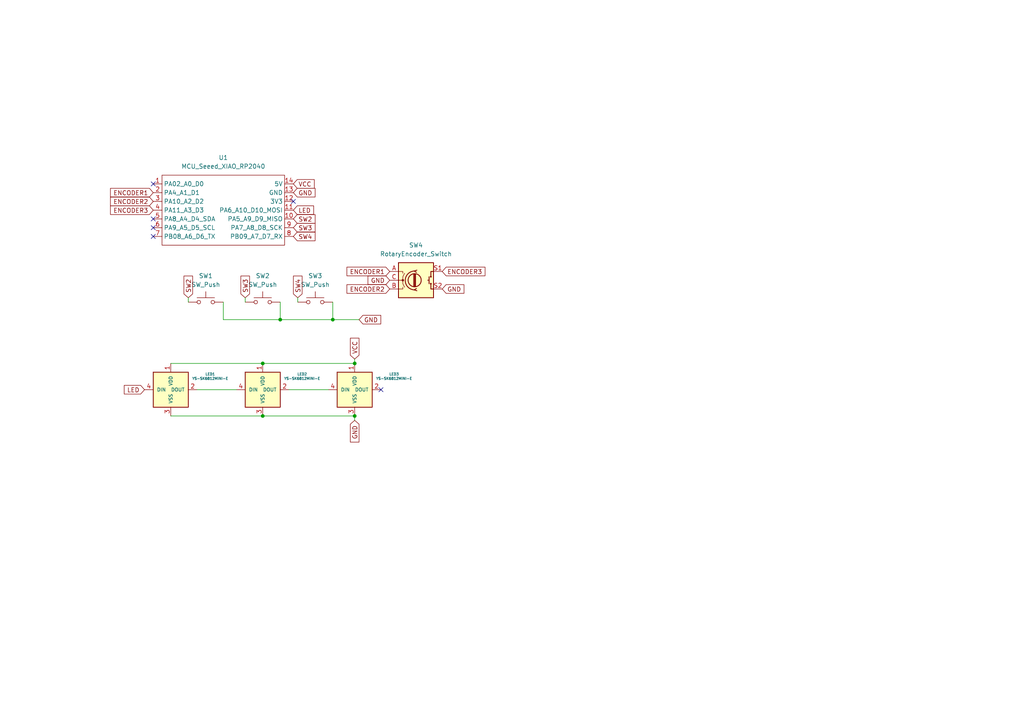
<source format=kicad_sch>
(kicad_sch (version 20250114) (generator "eeschema") (generator_version "9.0")
  (paper "A4")
  (lib_symbols
    (symbol "Device:RotaryEncoder_Switch" (pin_names (offset 0.254) (hide yes))
      (property "Reference" "SW" (at 0 6.604 0))
      (property "Value" "RotaryEncoder_Switch" (at 0 -6.604 0))
      (symbol "RotaryEncoder_Switch_0_1"
        (rectangle (start -5.08 5.08) (end 5.08 -5.08) (stroke (width 0.254)) (fill (type background)))
        (polyline (pts (xy -5.08 2.54) (xy -3.81 2.54) (xy -3.81 2.032)))
        (polyline (pts (xy -5.08 0) (xy -3.81 0) (xy -3.81 -1.016) (xy -3.302 -2.032)))
        (polyline (pts (xy -5.08 -2.54) (xy -3.81 -2.54) (xy -3.81 -2.032)))
        (polyline (pts (xy -4.318 0) (xy -3.81 0) (xy -3.81 1.016) (xy -3.302 2.032)))
        (circle (center -3.81 0) (radius 0.254) (fill (type outline)))
        (polyline (pts (xy -0.635 -1.778) (xy -0.635 1.778)) (stroke (width 0.254)))
        (circle (center -0.381 0) (radius 1.905) (stroke (width 0.254)))
        (polyline (pts (xy -0.381 -1.778) (xy -0.381 1.778)) (stroke (width 0.254)))
        (arc (start -0.381 -2.794) (mid -3.0988 -0.0635) (end -0.381 2.667) (stroke (width 0.254)))
        (polyline (pts (xy -0.127 1.778) (xy -0.127 -1.778)) (stroke (width 0.254)))
        (polyline (pts (xy 0.254 2.921) (xy -0.508 2.667) (xy 0.127 2.286)) (stroke (width 0.254)))
        (polyline (pts (xy 0.254 -3.048) (xy -0.508 -2.794) (xy 0.127 -2.413)) (stroke (width 0.254)))
        (polyline (pts (xy 3.81 1.016) (xy 3.81 -1.016)) (stroke (width 0.254)))
        (polyline (pts (xy 3.81 0) (xy 3.429 0)) (stroke (width 0.254)))
        (circle (center 4.318 1.016) (radius 0.127) (stroke (width 0.254)))
        (circle (center 4.318 -1.016) (radius 0.127) (stroke (width 0.254)))
        (polyline (pts (xy 5.08 2.54) (xy 4.318 2.54) (xy 4.318 1.016)) (stroke (width 0.254)))
        (polyline (pts (xy 5.08 -2.54) (xy 4.318 -2.54) (xy 4.318 -1.016)) (stroke (width 0.254)))
      )
      (symbol "RotaryEncoder_Switch_1_1"
        (pin passive line (at -7.62 2.54 0) (length 2.54) (name "A") (number "A"))
        (pin passive line (at -7.62 0 0) (length 2.54) (name "C") (number "C"))
        (pin passive line (at -7.62 -2.54 0) (length 2.54) (name "B") (number "B"))
        (pin passive line (at 7.62 2.54 180) (length 2.54) (name "S1") (number "S1"))
        (pin passive line (at 7.62 -2.54 180) (length 2.54) (name "S2") (number "S2"))
      )
    )
    (symbol "ScottoKeebs:MCU_Seeed_XIAO_RP2040"
      (property "Reference" "U" (at -16.51 11.43 0))
      (property "Value" "MCU_Seeed_XIAO_RP2040" (at -3.81 -11.43 0))
      (symbol "MCU_Seeed_XIAO_RP2040_0_1"
        (rectangle (start -16.51 10.16) (end 19.05 -10.16))
      )
      (symbol "MCU_Seeed_XIAO_RP2040_1_1"
        (pin passive line (at -19.05 7.62 0) (length 2.54) (name "PA02_A0_D0") (number "1"))
        (pin passive line (at -19.05 5.08 0) (length 2.54) (name "PA4_A1_D1") (number "2"))
        (pin passive line (at -19.05 2.54 0) (length 2.54) (name "PA10_A2_D2") (number "3"))
        (pin passive line (at -19.05 0 0) (length 2.54) (name "PA11_A3_D3") (number "4"))
        (pin passive line (at -19.05 -2.54 0) (length 2.54) (name "PA8_A4_D4_SDA") (number "5"))
        (pin passive line (at -19.05 -5.08 0) (length 2.54) (name "PA9_A5_D5_SCL") (number "6"))
        (pin passive line (at -19.05 -7.62 0) (length 2.54) (name "PB08_A6_D6_TX") (number "7"))
        (pin passive line (at 21.59 7.62 180) (length 2.54) (name "5V") (number "14"))
        (pin passive line (at 21.59 5.08 180) (length 2.54) (name "GND") (number "13"))
        (pin passive line (at 21.59 2.54 180) (length 2.54) (name "3V3") (number "12"))
        (pin passive line (at 21.59 0 180) (length 2.54) (name "PA6_A10_D10_MOSI") (number "11"))
        (pin passive line (at 21.59 -2.54 180) (length 2.54) (name "PA5_A9_D9_MISO") (number "10"))
        (pin passive line (at 21.59 -5.08 180) (length 2.54) (name "PA7_A8_D8_SCK") (number "9"))
        (pin passive line (at 21.59 -7.62 180) (length 2.54) (name "PB09_A7_D7_RX") (number "8"))
      )
    )
    (symbol "Switch:SW_Push" (pin_numbers (hide yes)) (pin_names (offset 1.016) (hide yes))
      (property "Reference" "SW" (at 1.27 2.54 0))
      (property "Value" "SW_Push" (at 0 -1.524 0))
      (symbol "SW_Push_0_1"
        (circle (center -2.032 0) (radius 0.508))
        (polyline (pts (xy 0 1.27) (xy 0 3.048)))
        (circle (center 2.032 0) (radius 0.508))
        (polyline (pts (xy 2.54 1.27) (xy -2.54 1.27)))
        (pin passive line (at -5.08 0 0) (length 2.54) (name "1") (number "1"))
        (pin passive line (at 5.08 0 180) (length 2.54) (name "2") (number "2"))
      )
    )
    (symbol "kbd:YS-SK6812MINI-E" (pin_names (offset 1.016))
      (property "Reference" "LED" (at 2.54 -7.62 0))
      (property "Value" "YS-SK6812MINI-E" (at 6.35 -6.35 0))
      (symbol "YS-SK6812MINI-E_0_1"
        (rectangle (start -5.08 5.08) (end 5.08 -5.08) (stroke (width 0.254)) (fill (type background)))
      )
      (symbol "YS-SK6812MINI-E_1_1"
        (pin input line (at -7.62 0 0) (length 2.54) (name "DIN") (number "4"))
        (pin power_in line (at 0 7.62 270) (length 2.54) (name "VDD") (number "1"))
        (pin power_in line (at 0 -7.62 90) (length 2.54) (name "VSS") (number "3"))
        (pin output line (at 7.62 0 180) (length 2.54) (name "DOUT") (number "2"))
      )
    )
  )
  (junction (at 96.52 92.71))
  (junction (at 102.87 105.41))
  (junction (at 76.2 105.41))
  (junction (at 76.2 120.65))
  (junction (at 81.28 92.71))
  (junction (at 102.87 120.65))
  (no_connect (at 110.49 113.03))
  (no_connect (at 44.45 66.04))
  (no_connect (at 44.45 68.58))
  (no_connect (at 85.09 58.42))
  (no_connect (at 44.45 53.34))
  (no_connect (at 44.45 63.5))
  (wire (pts (xy 64.77 87.63) (xy 64.77 92.71)))
  (wire (pts (xy 86.36 86.36) (xy 86.36 87.63)))
  (wire (pts (xy 96.52 92.71) (xy 104.14 92.71)))
  (wire (pts (xy 81.28 87.63) (xy 81.28 92.71)))
  (wire (pts (xy 76.2 120.65) (xy 102.87 120.65)))
  (wire (pts (xy 49.53 120.65) (xy 76.2 120.65)))
  (wire (pts (xy 57.15 113.03) (xy 68.58 113.03)))
  (wire (pts (xy 71.12 86.36) (xy 71.12 87.63)))
  (wire (pts (xy 49.53 105.41) (xy 76.2 105.41)))
  (wire (pts (xy 83.82 113.03) (xy 95.25 113.03)))
  (wire (pts (xy 64.77 92.71) (xy 81.28 92.71)))
  (wire (pts (xy 102.87 104.14) (xy 102.87 105.41)))
  (wire (pts (xy 76.2 105.41) (xy 102.87 105.41)))
  (wire (pts (xy 54.61 86.36) (xy 54.61 87.63)))
  (wire (pts (xy 96.52 87.63) (xy 96.52 92.71)))
  (wire (pts (xy 81.28 92.71) (xy 96.52 92.71)))
  (wire (pts (xy 102.87 120.65) (xy 102.87 121.92)))
  (global_label "GND" (shape input) (at 128.27 83.82 0) (property "Intersheetrefs" "${INTERSHEET_REFS}" (effects (hide yes))))
  (global_label "VCC" (shape input) (at 102.87 104.14 90) (property "Intersheetrefs" "${INTERSHEET_REFS}" (effects (hide yes))))
  (global_label "SW4" (shape input) (at 86.36 86.36 90) (property "Intersheetrefs" "${INTERSHEET_REFS}" (effects (hide yes))))
  (global_label "SW3" (shape input) (at 85.09 66.04 0) (property "Intersheetrefs" "${INTERSHEET_REFS}" (effects (hide yes))))
  (global_label "GND" (shape input) (at 85.09 55.88 0) (property "Intersheetrefs" "${INTERSHEET_REFS}" (effects (hide yes))))
  (global_label "LED" (shape input) (at 41.91 113.03 180) (property "Intersheetrefs" "${INTERSHEET_REFS}" (effects (hide yes))))
  (global_label "ENCODER2" (shape input) (at 44.45 58.42 180) (property "Intersheetrefs" "${INTERSHEET_REFS}" (effects (hide yes))))
  (global_label "GND" (shape input) (at 102.87 121.92 270) (property "Intersheetrefs" "${INTERSHEET_REFS}" (effects (hide yes))))
  (global_label "ENCODER1" (shape input) (at 44.45 55.88 180) (property "Intersheetrefs" "${INTERSHEET_REFS}" (effects (hide yes))))
  (global_label "ENCODER3" (shape input) (at 44.45 60.96 180) (property "Intersheetrefs" "${INTERSHEET_REFS}" (effects (hide yes))))
  (global_label "VCC" (shape input) (at 85.09 53.34 0) (property "Intersheetrefs" "${INTERSHEET_REFS}" (effects (hide yes))))
  (global_label "LED" (shape input) (at 85.09 60.96 0) (property "Intersheetrefs" "${INTERSHEET_REFS}" (effects (hide yes))))
  (global_label "ENCODER2" (shape input) (at 113.03 83.82 180) (property "Intersheetrefs" "${INTERSHEET_REFS}" (effects (hide yes))))
  (global_label "SW2" (shape input) (at 54.61 86.36 90) (property "Intersheetrefs" "${INTERSHEET_REFS}" (effects (hide yes))))
  (global_label "ENCODER3" (shape input) (at 128.27 78.74 0) (property "Intersheetrefs" "${INTERSHEET_REFS}" (effects (hide yes))))
  (global_label "SW4" (shape input) (at 85.09 68.58 0) (property "Intersheetrefs" "${INTERSHEET_REFS}" (effects (hide yes))))
  (global_label "SW2" (shape input) (at 85.09 63.5 0) (property "Intersheetrefs" "${INTERSHEET_REFS}" (effects (hide yes))))
  (global_label "ENCODER1" (shape input) (at 113.03 78.74 180) (property "Intersheetrefs" "${INTERSHEET_REFS}" (effects (hide yes))))
  (global_label "GND" (shape input) (at 113.03 81.28 180) (property "Intersheetrefs" "${INTERSHEET_REFS}" (effects (hide yes))))
  (global_label "SW3" (shape input) (at 71.12 86.36 90) (property "Intersheetrefs" "${INTERSHEET_REFS}" (effects (hide yes))))
  (global_label "GND" (shape input) (at 104.14 92.71 0) (property "Intersheetrefs" "${INTERSHEET_REFS}" (effects (hide yes))))
  (symbol (lib_id "Device:RotaryEncoder_Switch") (at 120.65 81.28 0) (unit 1)
    (property "Reference" "SW4" (at 120.65 71.12 0))
    (property "Value" "RotaryEncoder_Switch" (at 120.65 73.66 0))
    (property "Footprint" "Rotary_Encoder:RotaryEncoder_Alps_EC11E-Switch_Vertical_H20mm" (effects (hide yes)))
    (property "Description" "Rotary encoder, dual channel, incremental quadrate outputs, with switch" (effects (hide yes)))
  )
  (symbol (lib_id "kbd:YS-SK6812MINI-E") (at 102.87 113.03 0) (unit 1)
    (property "Reference" "LED3" (at 114.3 108.5149 0) (effects (font (size 0.7366 0.7366))))
    (property "Value" "YS-SK6812MINI-E" (at 114.3 109.7849 0) (effects (font (size 0.7366 0.7366))))
    (property "Footprint" "kbd:YS-SK6812MINI-E" (effects (hide yes)))
  )
  (symbol (lib_id "kbd:YS-SK6812MINI-E") (at 76.2 113.03 0) (unit 1)
    (property "Reference" "LED2" (at 87.63 108.5149 0) (effects (font (size 0.7366 0.7366))))
    (property "Value" "YS-SK6812MINI-E" (at 87.63 109.7849 0) (effects (font (size 0.7366 0.7366))))
    (property "Footprint" "kbd:YS-SK6812MINI-E" (effects (hide yes)))
  )
  (symbol (lib_id "Switch:SW_Push") (at 59.69 87.63 0) (unit 1)
    (property "Reference" "SW1" (at 59.69 80.01 0))
    (property "Value" "SW_Push" (at 59.69 82.55 0))
    (property "Footprint" "ScottoKeebs_Hotswap:Hotswap_MX_1.00u" (effects (hide yes)))
    (property "Description" "Push button switch, generic, two pins" (effects (hide yes)))
  )
  (symbol (lib_id "Switch:SW_Push") (at 91.44 87.63 0) (unit 1)
    (property "Reference" "SW3" (at 91.44 80.01 0))
    (property "Value" "SW_Push" (at 91.44 82.55 0))
    (property "Footprint" "ScottoKeebs_Hotswap:Hotswap_MX_1.00u" (effects (hide yes)))
    (property "Description" "Push button switch, generic, two pins" (effects (hide yes)))
  )
  (symbol (lib_id "kbd:YS-SK6812MINI-E") (at 49.53 113.03 0) (unit 1)
    (property "Reference" "LED1" (at 60.96 108.5149 0) (effects (font (size 0.7366 0.7366))))
    (property "Value" "YS-SK6812MINI-E" (at 60.96 109.7849 0) (effects (font (size 0.7366 0.7366))))
    (property "Footprint" "kbd:YS-SK6812MINI-E" (effects (hide yes)))
  )
  (symbol (lib_id "Switch:SW_Push") (at 76.2 87.63 0) (unit 1)
    (property "Reference" "SW2" (at 76.2 80.01 0))
    (property "Value" "SW_Push" (at 76.2 82.55 0))
    (property "Footprint" "ScottoKeebs_Hotswap:Hotswap_MX_1.00u" (effects (hide yes)))
    (property "Description" "Push button switch, generic, two pins" (effects (hide yes)))
  )
  (symbol (lib_id "ScottoKeebs:MCU_Seeed_XIAO_RP2040") (at 63.5 60.96 0) (unit 1)
    (property "Reference" "U1" (at 64.77 45.72 0))
    (property "Value" "MCU_Seeed_XIAO_RP2040" (at 64.77 48.26 0))
    (property "Footprint" "ScottoKeebs_MCU:Seeed_XIAO_RP2040" (effects (hide yes)))
  )
)
</source>
